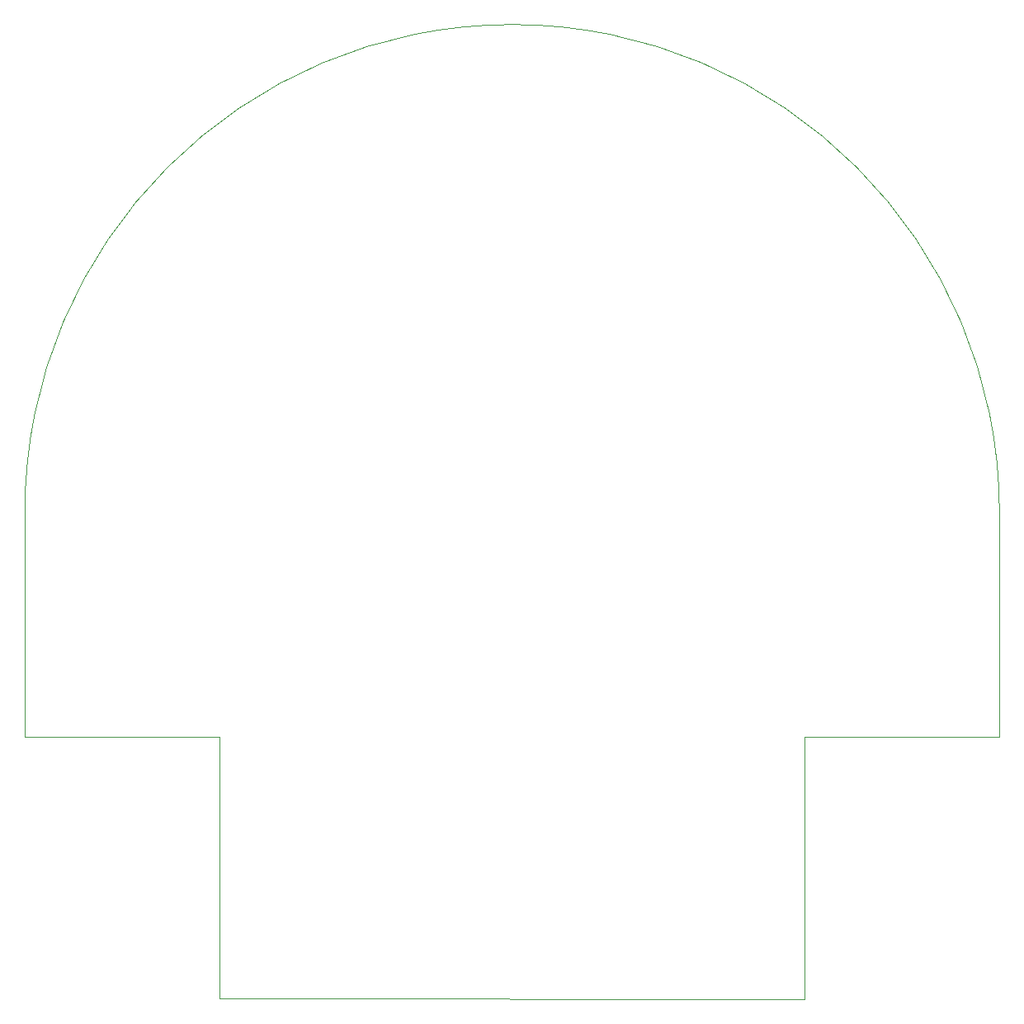
<source format=gbr>
%TF.GenerationSoftware,KiCad,Pcbnew,7.0.1*%
%TF.CreationDate,2023-08-29T23:28:34-03:00*%
%TF.ProjectId,BoverJr_PCBWAY,426f7665-724a-4725-9f50-43425741592e,rev?*%
%TF.SameCoordinates,Original*%
%TF.FileFunction,Profile,NP*%
%FSLAX46Y46*%
G04 Gerber Fmt 4.6, Leading zero omitted, Abs format (unit mm)*
G04 Created by KiCad (PCBNEW 7.0.1) date 2023-08-29 23:28:34*
%MOMM*%
%LPD*%
G01*
G04 APERTURE LIST*
%TA.AperFunction,Profile*%
%ADD10C,0.100000*%
%TD*%
G04 APERTURE END LIST*
D10*
X200000000Y-79800000D02*
G75*
G03*
X100000000Y-79800000I-50000000J0D01*
G01*
X120000000Y-129750000D02*
X120000000Y-102900000D01*
X180000000Y-102900000D02*
X200000000Y-102900000D01*
X180000000Y-129800000D02*
X180000000Y-102900000D01*
X120000000Y-102900000D02*
X100000000Y-102900000D01*
X100000000Y-102900000D02*
X100000000Y-79800000D01*
X200000000Y-102900000D02*
X200000000Y-79800000D01*
X120000000Y-129750000D02*
X180000000Y-129800000D01*
M02*

</source>
